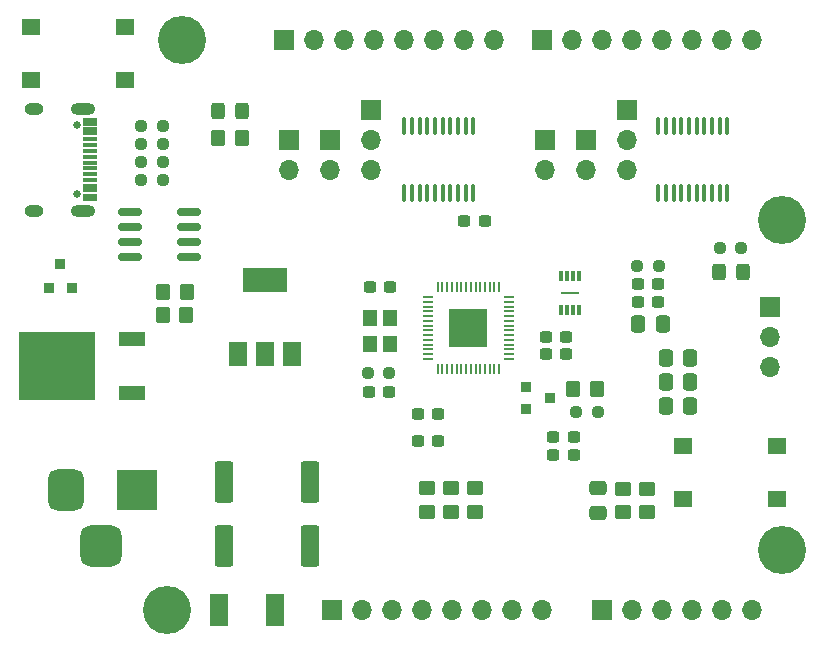
<source format=gbr>
%TF.GenerationSoftware,KiCad,Pcbnew,(6.0.5)*%
%TF.CreationDate,2024-01-23T17:09:02+09:00*%
%TF.ProjectId,PicoIno,5069636f-496e-46f2-9e6b-696361645f70,rev?*%
%TF.SameCoordinates,Original*%
%TF.FileFunction,Soldermask,Top*%
%TF.FilePolarity,Negative*%
%FSLAX46Y46*%
G04 Gerber Fmt 4.6, Leading zero omitted, Abs format (unit mm)*
G04 Created by KiCad (PCBNEW (6.0.5)) date 2024-01-23 17:09:02*
%MOMM*%
%LPD*%
G01*
G04 APERTURE LIST*
G04 Aperture macros list*
%AMRoundRect*
0 Rectangle with rounded corners*
0 $1 Rounding radius*
0 $2 $3 $4 $5 $6 $7 $8 $9 X,Y pos of 4 corners*
0 Add a 4 corners polygon primitive as box body*
4,1,4,$2,$3,$4,$5,$6,$7,$8,$9,$2,$3,0*
0 Add four circle primitives for the rounded corners*
1,1,$1+$1,$2,$3*
1,1,$1+$1,$4,$5*
1,1,$1+$1,$6,$7*
1,1,$1+$1,$8,$9*
0 Add four rect primitives between the rounded corners*
20,1,$1+$1,$2,$3,$4,$5,0*
20,1,$1+$1,$4,$5,$6,$7,0*
20,1,$1+$1,$6,$7,$8,$9,0*
20,1,$1+$1,$8,$9,$2,$3,0*%
%AMOutline4P*
0 Free polygon, 4 corners , with rotation*
0 The origin of the aperture is its center*
0 number of corners: always 4*
0 $1 to $8 corner X, Y*
0 $9 Rotation angle, in degrees counterclockwise*
0 create outline with 4 corners*
4,1,4,$1,$2,$3,$4,$5,$6,$7,$8,$1,$2,$9*%
G04 Aperture macros list end*
%ADD10RoundRect,0.237500X-0.250000X-0.237500X0.250000X-0.237500X0.250000X0.237500X-0.250000X0.237500X0*%
%ADD11RoundRect,0.150000X-0.825000X-0.150000X0.825000X-0.150000X0.825000X0.150000X-0.825000X0.150000X0*%
%ADD12R,2.200000X1.200000*%
%ADD13R,6.400000X5.800000*%
%ADD14R,1.700000X1.700000*%
%ADD15O,1.700000X1.700000*%
%ADD16RoundRect,0.237500X0.250000X0.237500X-0.250000X0.237500X-0.250000X-0.237500X0.250000X-0.237500X0*%
%ADD17RoundRect,0.250000X-0.550000X1.500000X-0.550000X-1.500000X0.550000X-1.500000X0.550000X1.500000X0*%
%ADD18RoundRect,0.237500X-0.300000X-0.237500X0.300000X-0.237500X0.300000X0.237500X-0.300000X0.237500X0*%
%ADD19R,1.600000X1.400000*%
%ADD20RoundRect,0.237500X0.300000X0.237500X-0.300000X0.237500X-0.300000X-0.237500X0.300000X-0.237500X0*%
%ADD21RoundRect,0.250000X0.450000X-0.350000X0.450000X0.350000X-0.450000X0.350000X-0.450000X-0.350000X0*%
%ADD22RoundRect,0.250000X0.337500X0.475000X-0.337500X0.475000X-0.337500X-0.475000X0.337500X-0.475000X0*%
%ADD23R,3.500000X3.500000*%
%ADD24RoundRect,0.750000X-0.750000X-1.000000X0.750000X-1.000000X0.750000X1.000000X-0.750000X1.000000X0*%
%ADD25RoundRect,0.875000X-0.875000X-0.875000X0.875000X-0.875000X0.875000X0.875000X-0.875000X0.875000X0*%
%ADD26RoundRect,0.250000X0.350000X0.450000X-0.350000X0.450000X-0.350000X-0.450000X0.350000X-0.450000X0*%
%ADD27C,4.064000*%
%ADD28C,0.650000*%
%ADD29R,1.150000X0.300000*%
%ADD30O,1.600000X1.000000*%
%ADD31O,2.100000X1.000000*%
%ADD32RoundRect,0.250000X-0.350000X-0.450000X0.350000X-0.450000X0.350000X0.450000X-0.350000X0.450000X0*%
%ADD33R,1.500000X2.700000*%
%ADD34RoundRect,0.250000X-0.450000X0.350000X-0.450000X-0.350000X0.450000X-0.350000X0.450000X0.350000X0*%
%ADD35RoundRect,0.250000X-0.337500X-0.475000X0.337500X-0.475000X0.337500X0.475000X-0.337500X0.475000X0*%
%ADD36RoundRect,0.100000X0.100000X-0.637500X0.100000X0.637500X-0.100000X0.637500X-0.100000X-0.637500X0*%
%ADD37RoundRect,0.250000X0.475000X-0.337500X0.475000X0.337500X-0.475000X0.337500X-0.475000X-0.337500X0*%
%ADD38R,1.500000X2.000000*%
%ADD39R,3.800000X2.000000*%
%ADD40R,1.200000X1.400000*%
%ADD41RoundRect,0.250000X0.325000X0.450000X-0.325000X0.450000X-0.325000X-0.450000X0.325000X-0.450000X0*%
%ADD42Outline4P,-0.400000X-0.450000X0.400000X-0.450000X0.400000X0.450000X-0.400000X0.450000X270.000000*%
%ADD43R,0.200000X0.875000*%
%ADD44R,0.875000X0.200000*%
%ADD45R,3.200000X3.200000*%
%ADD46Outline4P,-0.400000X-0.450000X0.400000X-0.450000X0.400000X0.450000X-0.400000X0.450000X0.000000*%
%ADD47R,0.300000X0.900000*%
%ADD48R,1.650000X0.250000*%
G04 APERTURE END LIST*
D10*
%TO.C,R1*%
X124087500Y-86300000D03*
X125912500Y-86300000D03*
%TD*%
D11*
%TO.C,U3*%
X123175000Y-93545000D03*
X123175000Y-94815000D03*
X123175000Y-96085000D03*
X123175000Y-97355000D03*
X128125000Y-97355000D03*
X128125000Y-96085000D03*
X128125000Y-94815000D03*
X128125000Y-93545000D03*
%TD*%
D12*
%TO.C,U4*%
X123300000Y-108880000D03*
D13*
X117000000Y-106600000D03*
D12*
X123300000Y-104320000D03*
%TD*%
D14*
%TO.C,J4*%
X158300000Y-87425000D03*
D15*
X158300000Y-89965000D03*
%TD*%
D16*
%TO.C,R17*%
X145112500Y-107200000D03*
X143287500Y-107200000D03*
%TD*%
D17*
%TO.C,C4*%
X138350000Y-116400000D03*
X138350000Y-121800000D03*
%TD*%
D14*
%TO.C,J14*%
X163065000Y-127198000D03*
D15*
X165605000Y-127198000D03*
X168145000Y-127198000D03*
X170685000Y-127198000D03*
X173225000Y-127198000D03*
X175765000Y-127198000D03*
%TD*%
D18*
%TO.C,C9*%
X151437500Y-94300000D03*
X153162500Y-94300000D03*
%TD*%
D19*
%TO.C,SW2*%
X114750000Y-82400000D03*
X122750000Y-82400000D03*
X122750000Y-77900000D03*
X114750000Y-77900000D03*
%TD*%
D14*
%TO.C,J6*%
X143525000Y-84900000D03*
D15*
X143525000Y-87440000D03*
X143525000Y-89980000D03*
%TD*%
D20*
%TO.C,C17*%
X149237500Y-112900000D03*
X147512500Y-112900000D03*
%TD*%
D21*
%TO.C,R14*%
X148300000Y-118900000D03*
X148300000Y-116900000D03*
%TD*%
D10*
%TO.C,R3*%
X166087500Y-98100000D03*
X167912500Y-98100000D03*
%TD*%
%TO.C,R13*%
X124087500Y-89300000D03*
X125912500Y-89300000D03*
%TD*%
D22*
%TO.C,C14*%
X170587500Y-105900000D03*
X168512500Y-105900000D03*
%TD*%
D18*
%TO.C,C13*%
X147487500Y-110650000D03*
X149212500Y-110650000D03*
%TD*%
%TO.C,C11*%
X158337500Y-104100000D03*
X160062500Y-104100000D03*
%TD*%
%TO.C,C19*%
X143437500Y-99900000D03*
X145162500Y-99900000D03*
%TD*%
D14*
%TO.C,J1*%
X165200000Y-84900000D03*
D15*
X165200000Y-87440000D03*
X165200000Y-89980000D03*
%TD*%
D23*
%TO.C,J2*%
X123700000Y-117092500D03*
D24*
X117700000Y-117092500D03*
D25*
X120700000Y-121792500D03*
%TD*%
D17*
%TO.C,C3*%
X131100000Y-116400000D03*
X131100000Y-121800000D03*
%TD*%
D26*
%TO.C,R10*%
X127950000Y-100300000D03*
X125950000Y-100300000D03*
%TD*%
D27*
%TO.C,P5*%
X126235000Y-127198000D03*
%TD*%
%TO.C,P6*%
X178305000Y-122118000D03*
%TD*%
D28*
%TO.C,J3*%
X118655000Y-86210000D03*
X118655000Y-91990000D03*
D29*
X119720000Y-85750000D03*
X119720000Y-86550000D03*
X119720000Y-87850000D03*
X119720000Y-88850000D03*
X119720000Y-89350000D03*
X119720000Y-90350000D03*
X119720000Y-91650000D03*
X119720000Y-92450000D03*
X119720000Y-92150000D03*
X119720000Y-91350000D03*
X119720000Y-90850000D03*
X119720000Y-89850000D03*
X119720000Y-88350000D03*
X119720000Y-87350000D03*
X119720000Y-86850000D03*
X119720000Y-86050000D03*
D30*
X114975000Y-93420000D03*
X114975000Y-84780000D03*
D31*
X119155000Y-84780000D03*
X119155000Y-93420000D03*
%TD*%
D26*
%TO.C,R16*%
X162650000Y-108500000D03*
X160650000Y-108500000D03*
%TD*%
D32*
%TO.C,R11*%
X130600000Y-87250000D03*
X132600000Y-87250000D03*
%TD*%
D33*
%TO.C,D1*%
X130650000Y-127200000D03*
X135450000Y-127200000D03*
%TD*%
D34*
%TO.C,R4*%
X152350000Y-116900000D03*
X152350000Y-118900000D03*
%TD*%
D19*
%TO.C,SW1*%
X169950000Y-113350000D03*
X177950000Y-113350000D03*
X169950000Y-117850000D03*
X177950000Y-117850000D03*
%TD*%
D14*
%TO.C,J5*%
X161750000Y-87425000D03*
D15*
X161750000Y-89965000D03*
%TD*%
D35*
%TO.C,C16*%
X168512500Y-109925000D03*
X170587500Y-109925000D03*
%TD*%
D36*
%TO.C,U6*%
X146375000Y-91962500D03*
X147025000Y-91962500D03*
X147675000Y-91962500D03*
X148325000Y-91962500D03*
X148975000Y-91962500D03*
X149625000Y-91962500D03*
X150275000Y-91962500D03*
X150925000Y-91962500D03*
X151575000Y-91962500D03*
X152225000Y-91962500D03*
X152225000Y-86237500D03*
X151575000Y-86237500D03*
X150925000Y-86237500D03*
X150275000Y-86237500D03*
X149625000Y-86237500D03*
X148975000Y-86237500D03*
X148325000Y-86237500D03*
X147675000Y-86237500D03*
X147025000Y-86237500D03*
X146375000Y-86237500D03*
%TD*%
D22*
%TO.C,C1*%
X168237500Y-103000000D03*
X166162500Y-103000000D03*
%TD*%
D21*
%TO.C,R5*%
X150350000Y-118900000D03*
X150350000Y-116900000D03*
%TD*%
D10*
%TO.C,R2*%
X124087500Y-90800000D03*
X125912500Y-90800000D03*
%TD*%
D14*
%TO.C,J15*%
X177350000Y-101625000D03*
D15*
X177350000Y-104165000D03*
X177350000Y-106705000D03*
%TD*%
D16*
%TO.C,R12*%
X125912500Y-87800000D03*
X124087500Y-87800000D03*
%TD*%
D37*
%TO.C,C6*%
X162800000Y-118987500D03*
X162800000Y-116912500D03*
%TD*%
D14*
%TO.C,J8*%
X136625000Y-87425000D03*
D15*
X136625000Y-89965000D03*
%TD*%
D38*
%TO.C,U5*%
X132300000Y-105600000D03*
D39*
X134600000Y-99300000D03*
D38*
X134600000Y-105600000D03*
X136900000Y-105600000D03*
%TD*%
D18*
%TO.C,C20*%
X143337500Y-108750000D03*
X145062500Y-108750000D03*
%TD*%
D10*
%TO.C,R8*%
X173087500Y-96600000D03*
X174912500Y-96600000D03*
%TD*%
D18*
%TO.C,C12*%
X158987500Y-112600000D03*
X160712500Y-112600000D03*
%TD*%
D35*
%TO.C,C15*%
X168512500Y-107900000D03*
X170587500Y-107900000D03*
%TD*%
D26*
%TO.C,R9*%
X127900000Y-102300000D03*
X125900000Y-102300000D03*
%TD*%
D16*
%TO.C,R15*%
X162762500Y-110500000D03*
X160937500Y-110500000D03*
%TD*%
D18*
%TO.C,C18*%
X158987500Y-114100000D03*
X160712500Y-114100000D03*
%TD*%
D34*
%TO.C,R7*%
X164900000Y-116950000D03*
X164900000Y-118950000D03*
%TD*%
D14*
%TO.C,J9*%
X140075000Y-87425000D03*
D15*
X140075000Y-89965000D03*
%TD*%
D18*
%TO.C,C10*%
X158337500Y-105600000D03*
X160062500Y-105600000D03*
%TD*%
D14*
%TO.C,J11*%
X136141000Y-78938000D03*
D15*
X138681000Y-78938000D03*
X141221000Y-78938000D03*
X143761000Y-78938000D03*
X146301000Y-78938000D03*
X148841000Y-78938000D03*
X151381000Y-78938000D03*
X153921000Y-78938000D03*
%TD*%
D21*
%TO.C,R6*%
X166950000Y-118950000D03*
X166950000Y-116950000D03*
%TD*%
D40*
%TO.C,Y1*%
X143450000Y-102550000D03*
X143450000Y-104750000D03*
X145150000Y-104750000D03*
X145150000Y-102550000D03*
%TD*%
D27*
%TO.C,P7*%
X127505000Y-78938000D03*
%TD*%
D14*
%TO.C,J12*%
X157985000Y-78938000D03*
D15*
X160525000Y-78938000D03*
X163065000Y-78938000D03*
X165605000Y-78938000D03*
X168145000Y-78938000D03*
X170685000Y-78938000D03*
X173225000Y-78938000D03*
X175765000Y-78938000D03*
%TD*%
D41*
%TO.C,D3*%
X132625000Y-85000000D03*
X130575000Y-85000000D03*
%TD*%
D36*
%TO.C,U1*%
X167875000Y-91962500D03*
X168525000Y-91962500D03*
X169175000Y-91962500D03*
X169825000Y-91962500D03*
X170475000Y-91962500D03*
X171125000Y-91962500D03*
X171775000Y-91962500D03*
X172425000Y-91962500D03*
X173075000Y-91962500D03*
X173725000Y-91962500D03*
X173725000Y-86237500D03*
X173075000Y-86237500D03*
X172425000Y-86237500D03*
X171775000Y-86237500D03*
X171125000Y-86237500D03*
X170475000Y-86237500D03*
X169825000Y-86237500D03*
X169175000Y-86237500D03*
X168525000Y-86237500D03*
X167875000Y-86237500D03*
%TD*%
D27*
%TO.C,P8*%
X178305000Y-94178000D03*
%TD*%
D14*
%TO.C,J13*%
X140205000Y-127198000D03*
D15*
X142745000Y-127198000D03*
X145285000Y-127198000D03*
X147825000Y-127198000D03*
X150365000Y-127198000D03*
X152905000Y-127198000D03*
X155445000Y-127198000D03*
X157985000Y-127198000D03*
%TD*%
D20*
%TO.C,C2*%
X167862500Y-101200000D03*
X166137500Y-101200000D03*
%TD*%
D42*
%TO.C,Q2*%
X156700000Y-108350000D03*
X156700000Y-110250000D03*
X158700000Y-109300000D03*
%TD*%
D41*
%TO.C,D2*%
X175025000Y-98600000D03*
X172975000Y-98600000D03*
%TD*%
D18*
%TO.C,C8*%
X166137500Y-99650000D03*
X167862500Y-99650000D03*
%TD*%
D43*
%TO.C,U7*%
X154400000Y-99925000D03*
X154000000Y-99925000D03*
X153600000Y-99925000D03*
X153200000Y-99925000D03*
X152800000Y-99925000D03*
X152400000Y-99925000D03*
X152000000Y-99925000D03*
X151600000Y-99925000D03*
X151200000Y-99925000D03*
X150800000Y-99925000D03*
X150400000Y-99925000D03*
X150000000Y-99925000D03*
X149600000Y-99925000D03*
X149200000Y-99925000D03*
D44*
X148363000Y-100762000D03*
X148363000Y-101162000D03*
X148363000Y-101562000D03*
X148363000Y-101962000D03*
X148363000Y-102362000D03*
X148363000Y-102762000D03*
X148363000Y-103162000D03*
X148363000Y-103562000D03*
X148363000Y-103962000D03*
X148363000Y-104362000D03*
X148363000Y-104762000D03*
X148363000Y-105162000D03*
X148363000Y-105562000D03*
X148363000Y-105962000D03*
D43*
X149200000Y-106800000D03*
X149600000Y-106800000D03*
X150000000Y-106800000D03*
X150400000Y-106800000D03*
X150800000Y-106800000D03*
X151200000Y-106800000D03*
X151600000Y-106800000D03*
X152000000Y-106800000D03*
X152400000Y-106800000D03*
X152800000Y-106800000D03*
X153200000Y-106800000D03*
X153600000Y-106800000D03*
X154000000Y-106800000D03*
X154400000Y-106800000D03*
D44*
X155238000Y-105962000D03*
X155238000Y-105562000D03*
X155238000Y-105162000D03*
X155238000Y-104762000D03*
X155238000Y-104362000D03*
X155238000Y-103962000D03*
X155238000Y-103562000D03*
X155238000Y-103162000D03*
X155238000Y-102762000D03*
X155238000Y-102362000D03*
X155238000Y-101962000D03*
X155238000Y-101562000D03*
X155238000Y-101162000D03*
X155238000Y-100762000D03*
D45*
X151800000Y-103362000D03*
%TD*%
D46*
%TO.C,Q1*%
X116300000Y-99975000D03*
X118200000Y-99975000D03*
X117250000Y-97975000D03*
%TD*%
D47*
%TO.C,U2*%
X161124290Y-98975711D03*
X160624290Y-98975711D03*
X160124290Y-98975711D03*
X159624290Y-98975711D03*
X159624290Y-101875711D03*
X160124290Y-101875711D03*
X160624290Y-101875711D03*
X161124290Y-101875711D03*
D48*
X160374290Y-100425711D03*
%TD*%
M02*

</source>
